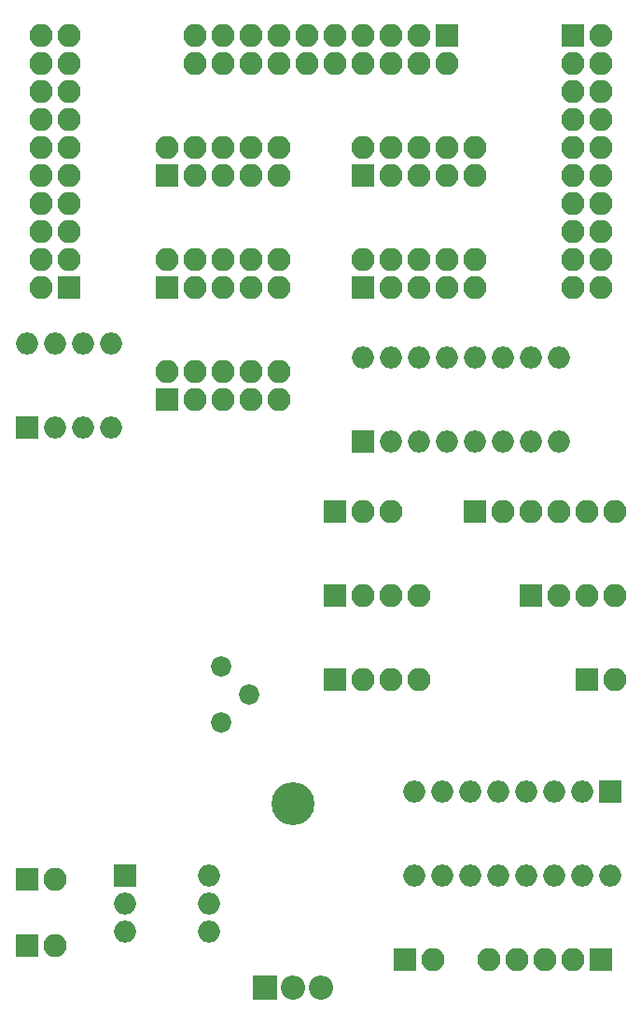
<source format=gbr>
G04 #@! TF.FileFunction,Soldermask,Bot*
%FSLAX46Y46*%
G04 Gerber Fmt 4.6, Leading zero omitted, Abs format (unit mm)*
G04 Created by KiCad (PCBNEW 4.0.7) date 04/06/18 15:52:29*
%MOMM*%
%LPD*%
G01*
G04 APERTURE LIST*
%ADD10C,0.100000*%
%ADD11R,2.100000X2.100000*%
%ADD12O,2.100000X2.100000*%
%ADD13R,2.000000X2.000000*%
%ADD14O,2.000000X2.000000*%
%ADD15O,3.900000X3.900000*%
%ADD16R,2.200000X2.200000*%
%ADD17O,2.200000X2.200000*%
%ADD18C,1.840000*%
G04 APERTURE END LIST*
D10*
D11*
X179070000Y-58420000D03*
D12*
X181610000Y-58420000D03*
X179070000Y-60960000D03*
X181610000Y-60960000D03*
X179070000Y-63500000D03*
X181610000Y-63500000D03*
X179070000Y-66040000D03*
X181610000Y-66040000D03*
X179070000Y-68580000D03*
X181610000Y-68580000D03*
X179070000Y-71120000D03*
X181610000Y-71120000D03*
X179070000Y-73660000D03*
X181610000Y-73660000D03*
X179070000Y-76200000D03*
X181610000Y-76200000D03*
X179070000Y-78740000D03*
X181610000Y-78740000D03*
X179070000Y-81280000D03*
X181610000Y-81280000D03*
D11*
X133350000Y-81280000D03*
D12*
X130810000Y-81280000D03*
X133350000Y-78740000D03*
X130810000Y-78740000D03*
X133350000Y-76200000D03*
X130810000Y-76200000D03*
X133350000Y-73660000D03*
X130810000Y-73660000D03*
X133350000Y-71120000D03*
X130810000Y-71120000D03*
X133350000Y-68580000D03*
X130810000Y-68580000D03*
X133350000Y-66040000D03*
X130810000Y-66040000D03*
X133350000Y-63500000D03*
X130810000Y-63500000D03*
X133350000Y-60960000D03*
X130810000Y-60960000D03*
X133350000Y-58420000D03*
X130810000Y-58420000D03*
D11*
X142240000Y-71120000D03*
D12*
X142240000Y-68580000D03*
X144780000Y-71120000D03*
X144780000Y-68580000D03*
X147320000Y-71120000D03*
X147320000Y-68580000D03*
X149860000Y-71120000D03*
X149860000Y-68580000D03*
X152400000Y-71120000D03*
X152400000Y-68580000D03*
D11*
X160020000Y-71120000D03*
D12*
X160020000Y-68580000D03*
X162560000Y-71120000D03*
X162560000Y-68580000D03*
X165100000Y-71120000D03*
X165100000Y-68580000D03*
X167640000Y-71120000D03*
X167640000Y-68580000D03*
X170180000Y-71120000D03*
X170180000Y-68580000D03*
D11*
X142240000Y-81280000D03*
D12*
X142240000Y-78740000D03*
X144780000Y-81280000D03*
X144780000Y-78740000D03*
X147320000Y-81280000D03*
X147320000Y-78740000D03*
X149860000Y-81280000D03*
X149860000Y-78740000D03*
X152400000Y-81280000D03*
X152400000Y-78740000D03*
D11*
X160020000Y-81280000D03*
D12*
X160020000Y-78740000D03*
X162560000Y-81280000D03*
X162560000Y-78740000D03*
X165100000Y-81280000D03*
X165100000Y-78740000D03*
X167640000Y-81280000D03*
X167640000Y-78740000D03*
X170180000Y-81280000D03*
X170180000Y-78740000D03*
D11*
X142240000Y-91440000D03*
D12*
X142240000Y-88900000D03*
X144780000Y-91440000D03*
X144780000Y-88900000D03*
X147320000Y-91440000D03*
X147320000Y-88900000D03*
X149860000Y-91440000D03*
X149860000Y-88900000D03*
X152400000Y-91440000D03*
X152400000Y-88900000D03*
D11*
X170180000Y-101600000D03*
D12*
X172720000Y-101600000D03*
X175260000Y-101600000D03*
X177800000Y-101600000D03*
X180340000Y-101600000D03*
X182880000Y-101600000D03*
D11*
X157480000Y-109220000D03*
D12*
X160020000Y-109220000D03*
X162560000Y-109220000D03*
X165100000Y-109220000D03*
D11*
X157480000Y-116840000D03*
D12*
X160020000Y-116840000D03*
X162560000Y-116840000D03*
X165100000Y-116840000D03*
D11*
X181610000Y-142240000D03*
D12*
X179070000Y-142240000D03*
X176530000Y-142240000D03*
X173990000Y-142240000D03*
X171450000Y-142240000D03*
D13*
X182499000Y-127000000D03*
D14*
X164719000Y-134620000D03*
X179959000Y-127000000D03*
X167259000Y-134620000D03*
X177419000Y-127000000D03*
X169799000Y-134620000D03*
X174879000Y-127000000D03*
X172339000Y-134620000D03*
X172339000Y-127000000D03*
X174879000Y-134620000D03*
X169799000Y-127000000D03*
X177419000Y-134620000D03*
X167259000Y-127000000D03*
X179959000Y-134620000D03*
X164719000Y-127000000D03*
X182499000Y-134620000D03*
D11*
X175260000Y-109220000D03*
D12*
X177800000Y-109220000D03*
X180340000Y-109220000D03*
X182880000Y-109220000D03*
D11*
X129540000Y-135001000D03*
D12*
X132080000Y-135001000D03*
D13*
X138430000Y-134620000D03*
D14*
X146050000Y-139700000D03*
X138430000Y-137160000D03*
X146050000Y-137160000D03*
X138430000Y-139700000D03*
X146050000Y-134620000D03*
D11*
X157480000Y-101600000D03*
D12*
X160020000Y-101600000D03*
X162560000Y-101600000D03*
D11*
X129540000Y-140970000D03*
D12*
X132080000Y-140970000D03*
D15*
X153670000Y-128120000D03*
D16*
X151130000Y-144780000D03*
D17*
X153670000Y-144780000D03*
X156210000Y-144780000D03*
D18*
X147193000Y-115697000D03*
X149733000Y-118237000D03*
X147193000Y-120777000D03*
D13*
X160033000Y-95250000D03*
D14*
X177813000Y-87630000D03*
X162573000Y-95250000D03*
X175273000Y-87630000D03*
X165113000Y-95250000D03*
X172733000Y-87630000D03*
X167653000Y-95250000D03*
X170193000Y-87630000D03*
X170193000Y-95250000D03*
X167653000Y-87630000D03*
X172733000Y-95250000D03*
X165113000Y-87630000D03*
X175273000Y-95250000D03*
X162573000Y-87630000D03*
X177813000Y-95250000D03*
X160033000Y-87630000D03*
D11*
X163830000Y-142240000D03*
D12*
X166370000Y-142240000D03*
D11*
X180340000Y-116840000D03*
D12*
X182880000Y-116840000D03*
D13*
X129540000Y-93980000D03*
D14*
X137160000Y-86360000D03*
X132080000Y-93980000D03*
X134620000Y-86360000D03*
X134620000Y-93980000D03*
X132080000Y-86360000D03*
X137160000Y-93980000D03*
X129540000Y-86360000D03*
D11*
X167640000Y-58420000D03*
D12*
X167640000Y-60960000D03*
X165100000Y-58420000D03*
X165100000Y-60960000D03*
X162560000Y-58420000D03*
X162560000Y-60960000D03*
X160020000Y-58420000D03*
X160020000Y-60960000D03*
X157480000Y-58420000D03*
X157480000Y-60960000D03*
X154940000Y-58420000D03*
X154940000Y-60960000D03*
X152400000Y-58420000D03*
X152400000Y-60960000D03*
X149860000Y-58420000D03*
X149860000Y-60960000D03*
X147320000Y-58420000D03*
X147320000Y-60960000D03*
X144780000Y-58420000D03*
X144780000Y-60960000D03*
M02*

</source>
